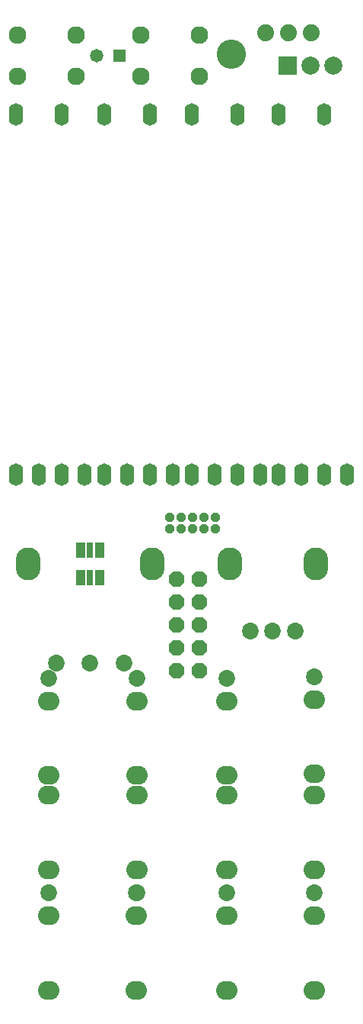
<source format=gbs>
G04 DipTrace 3.2.0.1*
G04 PlancksII_rohm.GBS*
%MOIN*%
G04 #@! TF.FileFunction,Soldermask,Bot*
G04 #@! TF.Part,Single*
%AMOUTLINE6*
4,1,8,
0.014159,0.034184,
0.034184,0.014159,
0.034184,-0.014159,
0.014159,-0.034184,
-0.014159,-0.034184,
-0.034184,-0.014159,
-0.034184,0.014159,
-0.014159,0.034184,
0.014159,0.034184,
0*%
%AMOUTLINE7*
4,1,8,
-0.020325,0.008419,
-0.008419,0.020325,
0.008419,0.020325,
0.020325,0.008419,
0.020325,-0.008419,
0.008419,-0.020325,
-0.008419,-0.020325,
-0.020325,-0.008419,
-0.020325,0.008419,
0*%
%ADD40C,0.074*%
%ADD58C,0.128*%
%ADD71O,0.063X0.098*%
%ADD75R,0.078866X0.078866*%
%ADD77C,0.078866*%
%ADD79R,0.058X0.058*%
%ADD81C,0.058*%
%ADD83R,0.031622X0.065087*%
%ADD85R,0.039496X0.065087*%
%ADD89O,0.093X0.083*%
%ADD97O,0.108X0.143*%
%ADD99C,0.073*%
%ADD111C,0.077*%
%ADD123OUTLINE6*%
%ADD124OUTLINE7*%
%FSLAX26Y26*%
G04*
G70*
G90*
G75*
G01*
G04 BotMask*
%LPD*%
D111*
X1247025Y4626583D3*
Y4449417D3*
X991120D3*
X991073Y4627000D3*
X706527Y4626332D3*
Y4449167D3*
X450621D3*
X450574Y4626749D3*
D99*
X916663Y1885929D3*
X769025D3*
X621388D3*
D97*
X498553Y2319000D3*
X1039498D3*
D89*
X975276Y1719000D3*
Y1394000D3*
D99*
Y1819000D3*
D89*
X1750276Y982000D3*
Y1307000D3*
D99*
Y882000D3*
D89*
X1369025Y982000D3*
Y1307000D3*
D99*
Y882000D3*
D89*
X975275Y982000D3*
Y1307000D3*
D99*
Y882000D3*
D89*
X587776Y982000D3*
Y1307000D3*
D99*
Y882000D3*
D89*
X1369025Y1719000D3*
Y1394000D3*
D99*
Y1819000D3*
D89*
X587776Y1719000D3*
Y1394000D3*
D99*
Y1819000D3*
D89*
X1750275Y781000D3*
Y456000D3*
D99*
Y881000D3*
D89*
X1369025Y781000D3*
Y456000D3*
D99*
Y881000D3*
D89*
X972025Y781000D3*
Y456000D3*
D99*
Y881000D3*
D89*
X587776Y781000D3*
Y456000D3*
D99*
Y881000D3*
D89*
X1750276Y1725249D3*
Y1400249D3*
D99*
Y1825249D3*
D40*
X1538025Y4639000D3*
X1638025D3*
X1738025D3*
D123*
X1247776Y1850251D3*
X1147776D3*
X1247776Y1950251D3*
X1147776D3*
X1247776Y2050251D3*
X1147776D3*
X1247776Y2150251D3*
X1147776D3*
X1247776Y2250251D3*
X1147776D3*
D124*
X1319025Y2519750D3*
Y2469750D3*
X1269025Y2519750D3*
Y2469750D3*
X1219025Y2519750D3*
Y2469750D3*
X1169025Y2519750D3*
Y2469750D3*
X1119025Y2519750D3*
Y2469750D3*
D85*
X727687Y2379039D3*
D83*
X769025D3*
D85*
X810364D3*
Y2258961D3*
D83*
X769025D3*
D85*
X727687D3*
D81*
X799025Y4537500D3*
D79*
X899025D3*
D99*
X1667025Y2024000D3*
X1569025Y2023724D3*
X1471025Y2024000D3*
D97*
X1382025Y2319000D3*
X1756025D3*
D77*
X1833775Y4493749D3*
X1733775D3*
D75*
X1633775D3*
D71*
X1793970Y2706598D3*
X1893970D3*
X1793970Y4281402D3*
X1693970Y2706598D3*
X1593970Y4281402D3*
Y2706598D3*
X1412759D3*
X1512759D3*
X1412759Y4281402D3*
X1312759Y2706598D3*
X1212759Y4281402D3*
Y2706598D3*
X1031550D3*
X1131550D3*
X1031550Y4281402D3*
X931550Y2706598D3*
X831550Y4281402D3*
Y2706598D3*
X644090D3*
X744090D3*
X644090Y4281402D3*
X544090Y2706598D3*
X444090Y4281402D3*
Y2706598D3*
D58*
X1387525Y4544000D3*
M02*

</source>
